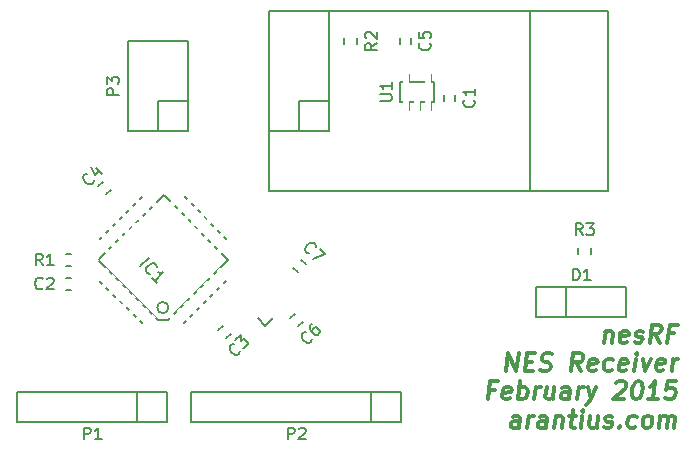
<source format=gto>
%FSLAX46Y46*%
G04 Gerber Fmt 4.6, Leading zero omitted, Abs format (unit mm)*
G04 Created by KiCad (PCBNEW (2014-10-27 BZR 5228)-product) date 2/24/2015 9:22:20 PM*
%MOMM*%
G01*
G04 APERTURE LIST*
%ADD10C,0.100000*%
%ADD11C,0.300000*%
%ADD12C,0.150000*%
%ADD13C,0.152400*%
%ADD14C,0.066040*%
%ADD15C,0.177800*%
%ADD16C,1.750000*%
%ADD17R,0.500000X0.600000*%
%ADD18R,0.600000X0.500000*%
%ADD19R,1.727200X2.032000*%
%ADD20O,1.727200X2.032000*%
%ADD21R,1.727200X1.727200*%
%ADD22O,1.727200X1.727200*%
%ADD23R,0.400000X0.600000*%
%ADD24R,0.600000X0.400000*%
%ADD25R,0.548640X1.198880*%
%ADD26C,1.727200*%
G04 APERTURE END LIST*
D10*
D11*
X52842715Y-28336571D02*
X52717715Y-29336571D01*
X52824857Y-28479429D02*
X52905214Y-28408000D01*
X53057001Y-28336571D01*
X53271286Y-28336571D01*
X53405214Y-28408000D01*
X53458786Y-28550857D01*
X53360572Y-29336571D01*
X54655214Y-29265143D02*
X54503429Y-29336571D01*
X54217715Y-29336571D01*
X54083786Y-29265143D01*
X54030214Y-29122286D01*
X54101643Y-28550857D01*
X54190929Y-28408000D01*
X54342715Y-28336571D01*
X54628429Y-28336571D01*
X54762357Y-28408000D01*
X54815929Y-28550857D01*
X54798072Y-28693714D01*
X54065929Y-28836571D01*
X55298071Y-29265143D02*
X55432000Y-29336571D01*
X55717715Y-29336571D01*
X55869500Y-29265143D01*
X55958785Y-29122286D01*
X55967714Y-29050857D01*
X55914143Y-28908000D01*
X55780215Y-28836571D01*
X55565929Y-28836571D01*
X55432000Y-28765143D01*
X55378428Y-28622286D01*
X55387357Y-28550857D01*
X55476643Y-28408000D01*
X55628429Y-28336571D01*
X55842715Y-28336571D01*
X55976643Y-28408000D01*
X57432001Y-29336571D02*
X57021286Y-28622286D01*
X56574858Y-29336571D02*
X56762358Y-27836571D01*
X57333786Y-27836571D01*
X57467715Y-27908000D01*
X57530214Y-27979429D01*
X57583786Y-28122286D01*
X57557001Y-28336571D01*
X57467714Y-28479429D01*
X57387358Y-28550857D01*
X57235571Y-28622286D01*
X56664143Y-28622286D01*
X58673072Y-28550857D02*
X58173072Y-28550857D01*
X58074858Y-29336571D02*
X58262358Y-27836571D01*
X58976644Y-27836571D01*
X44432002Y-31736571D02*
X44619502Y-30236571D01*
X45289145Y-31736571D01*
X45476645Y-30236571D01*
X46101645Y-30950857D02*
X46601645Y-30950857D01*
X46717717Y-31736571D02*
X46003431Y-31736571D01*
X46190931Y-30236571D01*
X46905217Y-30236571D01*
X47298073Y-31665143D02*
X47503431Y-31736571D01*
X47860574Y-31736571D01*
X48012359Y-31665143D01*
X48092717Y-31593714D01*
X48182002Y-31450857D01*
X48199859Y-31308000D01*
X48146288Y-31165143D01*
X48083788Y-31093714D01*
X47949859Y-31022286D01*
X47673074Y-30950857D01*
X47539144Y-30879429D01*
X47476645Y-30808000D01*
X47423073Y-30665143D01*
X47440930Y-30522286D01*
X47530216Y-30379429D01*
X47610573Y-30308000D01*
X47762360Y-30236571D01*
X48119502Y-30236571D01*
X48324859Y-30308000D01*
X50789145Y-31736571D02*
X50378430Y-31022286D01*
X49932002Y-31736571D02*
X50119502Y-30236571D01*
X50690930Y-30236571D01*
X50824859Y-30308000D01*
X50887358Y-30379429D01*
X50940930Y-30522286D01*
X50914145Y-30736571D01*
X50824858Y-30879429D01*
X50744502Y-30950857D01*
X50592715Y-31022286D01*
X50021287Y-31022286D01*
X52012358Y-31665143D02*
X51860573Y-31736571D01*
X51574859Y-31736571D01*
X51440930Y-31665143D01*
X51387358Y-31522286D01*
X51458787Y-30950857D01*
X51548073Y-30808000D01*
X51699859Y-30736571D01*
X51985573Y-30736571D01*
X52119501Y-30808000D01*
X52173073Y-30950857D01*
X52155216Y-31093714D01*
X51423073Y-31236571D01*
X53369501Y-31665143D02*
X53217716Y-31736571D01*
X52932002Y-31736571D01*
X52798072Y-31665143D01*
X52735573Y-31593714D01*
X52682001Y-31450857D01*
X52735572Y-31022286D01*
X52824858Y-30879429D01*
X52905215Y-30808000D01*
X53057002Y-30736571D01*
X53342716Y-30736571D01*
X53476644Y-30808000D01*
X54583786Y-31665143D02*
X54432001Y-31736571D01*
X54146287Y-31736571D01*
X54012358Y-31665143D01*
X53958786Y-31522286D01*
X54030215Y-30950857D01*
X54119501Y-30808000D01*
X54271287Y-30736571D01*
X54557001Y-30736571D01*
X54690929Y-30808000D01*
X54744501Y-30950857D01*
X54726644Y-31093714D01*
X53994501Y-31236571D01*
X55289144Y-31736571D02*
X55414144Y-30736571D01*
X55476644Y-30236571D02*
X55396286Y-30308000D01*
X55458786Y-30379429D01*
X55539143Y-30308000D01*
X55476644Y-30236571D01*
X55458786Y-30379429D01*
X55985573Y-30736571D02*
X56217716Y-31736571D01*
X56699858Y-30736571D01*
X57726643Y-31665143D02*
X57574858Y-31736571D01*
X57289144Y-31736571D01*
X57155215Y-31665143D01*
X57101643Y-31522286D01*
X57173072Y-30950857D01*
X57262358Y-30808000D01*
X57414144Y-30736571D01*
X57699858Y-30736571D01*
X57833786Y-30808000D01*
X57887358Y-30950857D01*
X57869501Y-31093714D01*
X57137358Y-31236571D01*
X58432001Y-31736571D02*
X58557001Y-30736571D01*
X58521286Y-31022286D02*
X58610571Y-30879429D01*
X58690929Y-30808000D01*
X58842715Y-30736571D01*
X58985572Y-30736571D01*
X43458789Y-33350857D02*
X42958789Y-33350857D01*
X42860575Y-34136571D02*
X43048075Y-32636571D01*
X43762361Y-32636571D01*
X44726645Y-34065143D02*
X44574860Y-34136571D01*
X44289146Y-34136571D01*
X44155217Y-34065143D01*
X44101645Y-33922286D01*
X44173074Y-33350857D01*
X44262360Y-33208000D01*
X44414146Y-33136571D01*
X44699860Y-33136571D01*
X44833788Y-33208000D01*
X44887360Y-33350857D01*
X44869503Y-33493714D01*
X44137360Y-33636571D01*
X45432003Y-34136571D02*
X45619503Y-32636571D01*
X45548074Y-33208000D02*
X45699860Y-33136571D01*
X45985574Y-33136571D01*
X46119502Y-33208000D01*
X46182002Y-33279429D01*
X46235574Y-33422286D01*
X46182003Y-33850857D01*
X46092717Y-33993714D01*
X46012359Y-34065143D01*
X45860574Y-34136571D01*
X45574860Y-34136571D01*
X45440931Y-34065143D01*
X46789146Y-34136571D02*
X46914146Y-33136571D01*
X46878431Y-33422286D02*
X46967716Y-33279429D01*
X47048074Y-33208000D01*
X47199860Y-33136571D01*
X47342717Y-33136571D01*
X48485574Y-33136571D02*
X48360574Y-34136571D01*
X47842717Y-33136571D02*
X47744502Y-33922286D01*
X47798073Y-34065143D01*
X47932003Y-34136571D01*
X48146288Y-34136571D01*
X48298073Y-34065143D01*
X48378431Y-33993714D01*
X49717717Y-34136571D02*
X49815931Y-33350857D01*
X49762359Y-33208000D01*
X49628431Y-33136571D01*
X49342717Y-33136571D01*
X49190931Y-33208000D01*
X49726645Y-34065143D02*
X49574860Y-34136571D01*
X49217717Y-34136571D01*
X49083788Y-34065143D01*
X49030216Y-33922286D01*
X49048073Y-33779429D01*
X49137360Y-33636571D01*
X49289145Y-33565143D01*
X49646288Y-33565143D01*
X49798074Y-33493714D01*
X50432003Y-34136571D02*
X50557003Y-33136571D01*
X50521288Y-33422286D02*
X50610573Y-33279429D01*
X50690931Y-33208000D01*
X50842717Y-33136571D01*
X50985574Y-33136571D01*
X51342717Y-33136571D02*
X51574860Y-34136571D01*
X52057002Y-33136571D02*
X51574860Y-34136571D01*
X51387359Y-34493714D01*
X51307002Y-34565143D01*
X51155217Y-34636571D01*
X53744501Y-32779429D02*
X53824859Y-32708000D01*
X53976645Y-32636571D01*
X54333788Y-32636571D01*
X54467716Y-32708000D01*
X54530216Y-32779429D01*
X54583787Y-32922286D01*
X54565930Y-33065143D01*
X54467716Y-33279429D01*
X53503431Y-34136571D01*
X54432002Y-34136571D01*
X55548073Y-32636571D02*
X55690930Y-32636571D01*
X55824858Y-32708000D01*
X55887358Y-32779429D01*
X55940930Y-32922286D01*
X55976644Y-33208000D01*
X55932001Y-33565143D01*
X55824859Y-33850857D01*
X55735573Y-33993714D01*
X55655215Y-34065143D01*
X55503430Y-34136571D01*
X55360573Y-34136571D01*
X55226644Y-34065143D01*
X55164144Y-33993714D01*
X55110573Y-33850857D01*
X55074858Y-33565143D01*
X55119501Y-33208000D01*
X55226644Y-32922286D01*
X55315929Y-32779429D01*
X55396287Y-32708000D01*
X55548073Y-32636571D01*
X57289144Y-34136571D02*
X56432001Y-34136571D01*
X56860573Y-34136571D02*
X57048073Y-32636571D01*
X56878430Y-32850857D01*
X56717715Y-32993714D01*
X56565929Y-33065143D01*
X58833787Y-32636571D02*
X58119501Y-32636571D01*
X57958786Y-33350857D01*
X58039143Y-33279429D01*
X58190929Y-33208000D01*
X58548072Y-33208000D01*
X58682000Y-33279429D01*
X58744501Y-33350857D01*
X58798072Y-33493714D01*
X58753429Y-33850857D01*
X58664144Y-33993714D01*
X58583786Y-34065143D01*
X58432001Y-34136571D01*
X58074858Y-34136571D01*
X57940929Y-34065143D01*
X57878429Y-33993714D01*
X45503428Y-36536571D02*
X45601642Y-35750857D01*
X45548070Y-35608000D01*
X45414142Y-35536571D01*
X45128428Y-35536571D01*
X44976642Y-35608000D01*
X45512356Y-36465143D02*
X45360571Y-36536571D01*
X45003428Y-36536571D01*
X44869499Y-36465143D01*
X44815927Y-36322286D01*
X44833784Y-36179429D01*
X44923071Y-36036571D01*
X45074856Y-35965143D01*
X45431999Y-35965143D01*
X45583785Y-35893714D01*
X46217714Y-36536571D02*
X46342714Y-35536571D01*
X46306999Y-35822286D02*
X46396284Y-35679429D01*
X46476642Y-35608000D01*
X46628428Y-35536571D01*
X46771285Y-35536571D01*
X47789142Y-36536571D02*
X47887356Y-35750857D01*
X47833784Y-35608000D01*
X47699856Y-35536571D01*
X47414142Y-35536571D01*
X47262356Y-35608000D01*
X47798070Y-36465143D02*
X47646285Y-36536571D01*
X47289142Y-36536571D01*
X47155213Y-36465143D01*
X47101641Y-36322286D01*
X47119498Y-36179429D01*
X47208785Y-36036571D01*
X47360570Y-35965143D01*
X47717713Y-35965143D01*
X47869499Y-35893714D01*
X48628428Y-35536571D02*
X48503428Y-36536571D01*
X48610570Y-35679429D02*
X48690927Y-35608000D01*
X48842714Y-35536571D01*
X49056999Y-35536571D01*
X49190927Y-35608000D01*
X49244499Y-35750857D01*
X49146285Y-36536571D01*
X49771285Y-35536571D02*
X50342714Y-35536571D01*
X50048071Y-35036571D02*
X49887356Y-36322286D01*
X49940927Y-36465143D01*
X50074857Y-36536571D01*
X50217714Y-36536571D01*
X50717714Y-36536571D02*
X50842714Y-35536571D01*
X50905214Y-35036571D02*
X50824856Y-35108000D01*
X50887356Y-35179429D01*
X50967713Y-35108000D01*
X50905214Y-35036571D01*
X50887356Y-35179429D01*
X52199857Y-35536571D02*
X52074857Y-36536571D01*
X51557000Y-35536571D02*
X51458785Y-36322286D01*
X51512356Y-36465143D01*
X51646286Y-36536571D01*
X51860571Y-36536571D01*
X52012356Y-36465143D01*
X52092714Y-36393714D01*
X52726642Y-36465143D02*
X52860571Y-36536571D01*
X53146286Y-36536571D01*
X53298071Y-36465143D01*
X53387356Y-36322286D01*
X53396285Y-36250857D01*
X53342714Y-36108000D01*
X53208786Y-36036571D01*
X52994500Y-36036571D01*
X52860571Y-35965143D01*
X52806999Y-35822286D01*
X52815928Y-35750857D01*
X52905214Y-35608000D01*
X53057000Y-35536571D01*
X53271286Y-35536571D01*
X53405214Y-35608000D01*
X54021286Y-36393714D02*
X54083785Y-36465143D01*
X54003429Y-36536571D01*
X53940928Y-36465143D01*
X54021286Y-36393714D01*
X54003429Y-36536571D01*
X55369500Y-36465143D02*
X55217715Y-36536571D01*
X54932001Y-36536571D01*
X54798071Y-36465143D01*
X54735572Y-36393714D01*
X54682000Y-36250857D01*
X54735571Y-35822286D01*
X54824857Y-35679429D01*
X54905214Y-35608000D01*
X55057001Y-35536571D01*
X55342715Y-35536571D01*
X55476643Y-35608000D01*
X56217715Y-36536571D02*
X56083785Y-36465143D01*
X56021286Y-36393714D01*
X55967714Y-36250857D01*
X56021285Y-35822286D01*
X56110571Y-35679429D01*
X56190928Y-35608000D01*
X56342715Y-35536571D01*
X56557000Y-35536571D01*
X56690928Y-35608000D01*
X56753428Y-35679429D01*
X56807000Y-35822286D01*
X56753429Y-36250857D01*
X56664143Y-36393714D01*
X56583785Y-36465143D01*
X56432000Y-36536571D01*
X56217715Y-36536571D01*
X57360572Y-36536571D02*
X57485572Y-35536571D01*
X57467714Y-35679429D02*
X57548071Y-35608000D01*
X57699858Y-35536571D01*
X57914143Y-35536571D01*
X58048071Y-35608000D01*
X58101643Y-35750857D01*
X58003429Y-36536571D01*
X58101643Y-35750857D02*
X58190929Y-35608000D01*
X58342715Y-35536571D01*
X58557000Y-35536571D01*
X58690929Y-35608000D01*
X58744500Y-35750857D01*
X58646286Y-36536571D01*
D12*
X40099000Y-8886000D02*
X40099000Y-8386000D01*
X39149000Y-8386000D02*
X39149000Y-8886000D01*
X7116000Y-24859000D02*
X7616000Y-24859000D01*
X7616000Y-23909000D02*
X7116000Y-23909000D01*
X20733099Y-28960652D02*
X21086652Y-28607099D01*
X20414901Y-27935348D02*
X20061348Y-28288901D01*
X10573099Y-16768652D02*
X10926652Y-16415099D01*
X10254901Y-15743348D02*
X9901348Y-16096901D01*
X36352500Y-4060000D02*
X36352500Y-3560000D01*
X35402500Y-3560000D02*
X35402500Y-4060000D01*
X26829099Y-27944652D02*
X27182652Y-27591099D01*
X26510901Y-26919348D02*
X26157348Y-27272901D01*
X26411348Y-23019099D02*
X26764901Y-23372652D01*
X27436652Y-22700901D02*
X27083099Y-22347348D01*
X49530000Y-27178000D02*
X54610000Y-27178000D01*
X54610000Y-27178000D02*
X54610000Y-24638000D01*
X54610000Y-24638000D02*
X49530000Y-24638000D01*
X46990000Y-24638000D02*
X49530000Y-24638000D01*
X49530000Y-24638000D02*
X49530000Y-27178000D01*
X46990000Y-24638000D02*
X46990000Y-27178000D01*
X46990000Y-27178000D02*
X49530000Y-27178000D01*
D13*
X13768514Y-16838123D02*
X14576737Y-17646346D01*
X9853123Y-20753514D02*
X10643385Y-21543777D01*
X13768514Y-16838123D02*
X9853123Y-20753514D01*
X16193184Y-17574504D02*
X16965486Y-16802202D01*
X20180417Y-21525816D02*
X20934759Y-20771475D01*
X20952719Y-20789435D02*
X16983446Y-16784241D01*
X13786475Y-27883838D02*
X9871083Y-24004367D01*
X15798052Y-27416864D02*
X20880877Y-22334039D01*
X9871083Y-23968446D02*
X10607464Y-23232065D01*
X14917987Y-27398904D02*
X9924965Y-22405882D01*
X15420882Y-16838123D02*
X9960886Y-22298118D01*
X20898838Y-22316079D02*
X15510684Y-16927925D01*
X16911604Y-27919759D02*
X20898838Y-23932525D01*
X20898838Y-23932525D02*
X20090615Y-23124302D01*
X15772908Y-27427641D02*
X14946724Y-27427641D01*
X16908012Y-27916167D02*
X16096197Y-27104352D01*
X14594698Y-27075615D02*
X13782883Y-27887430D01*
X15831878Y-26382339D02*
G75*
G03X15831878Y-26382339I-479246J0D01*
G01*
D12*
X13208000Y-36068000D02*
X3048000Y-36068000D01*
X3048000Y-36068000D02*
X3048000Y-33528000D01*
X3048000Y-33528000D02*
X13208000Y-33528000D01*
X15748000Y-36068000D02*
X13208000Y-36068000D01*
X13208000Y-36068000D02*
X13208000Y-33528000D01*
X15748000Y-36068000D02*
X15748000Y-33528000D01*
X15748000Y-33528000D02*
X13208000Y-33528000D01*
X33020000Y-36068000D02*
X17780000Y-36068000D01*
X17780000Y-36068000D02*
X17780000Y-33528000D01*
X17780000Y-33528000D02*
X33020000Y-33528000D01*
X35560000Y-36068000D02*
X33020000Y-36068000D01*
X33020000Y-36068000D02*
X33020000Y-33528000D01*
X35560000Y-36068000D02*
X35560000Y-33528000D01*
X35560000Y-33528000D02*
X33020000Y-33528000D01*
X14986000Y-11430000D02*
X14986000Y-8890000D01*
X14986000Y-8890000D02*
X17526000Y-8890000D01*
X17526000Y-11430000D02*
X17526000Y-3810000D01*
X17526000Y-3810000D02*
X12446000Y-3810000D01*
X12446000Y-3810000D02*
X12446000Y-8890000D01*
X17526000Y-11430000D02*
X14986000Y-11430000D01*
X12446000Y-11430000D02*
X14986000Y-11430000D01*
X12446000Y-8890000D02*
X12446000Y-11430000D01*
X7116000Y-22877000D02*
X7616000Y-22877000D01*
X7616000Y-21827000D02*
X7116000Y-21827000D01*
X31767000Y-4060000D02*
X31767000Y-3560000D01*
X30717000Y-3560000D02*
X30717000Y-4060000D01*
X50529000Y-21340000D02*
X50529000Y-21840000D01*
X51579000Y-21840000D02*
X51579000Y-21340000D01*
D14*
X35694620Y-9626600D02*
X36195000Y-9626600D01*
X36195000Y-9626600D02*
X36195000Y-8976360D01*
X35694620Y-8976360D02*
X36195000Y-8976360D01*
X35694620Y-9626600D02*
X35694620Y-8976360D01*
X36644580Y-9626600D02*
X37142420Y-9626600D01*
X37142420Y-9626600D02*
X37142420Y-8976360D01*
X36644580Y-8976360D02*
X37142420Y-8976360D01*
X36644580Y-9626600D02*
X36644580Y-8976360D01*
X37592000Y-9626600D02*
X38092380Y-9626600D01*
X38092380Y-9626600D02*
X38092380Y-8976360D01*
X37592000Y-8976360D02*
X38092380Y-8976360D01*
X37592000Y-9626600D02*
X37592000Y-8976360D01*
X37592000Y-7279640D02*
X38092380Y-7279640D01*
X38092380Y-7279640D02*
X38092380Y-6629400D01*
X37592000Y-6629400D02*
X38092380Y-6629400D01*
X37592000Y-7279640D02*
X37592000Y-6629400D01*
X35694620Y-7279640D02*
X36195000Y-7279640D01*
X36195000Y-7279640D02*
X36195000Y-6629400D01*
X35694620Y-6629400D02*
X36195000Y-6629400D01*
X35694620Y-7279640D02*
X35694620Y-6629400D01*
D15*
X38315900Y-7317740D02*
X38315900Y-8938260D01*
X38315900Y-8938260D02*
X35471100Y-8938260D01*
X35471100Y-8938260D02*
X35471100Y-7317740D01*
X35471100Y-7317740D02*
X38315900Y-7317740D01*
X36372800Y-7317740D02*
X37414200Y-7317740D01*
X36466780Y-8938260D02*
X36372800Y-8938260D01*
X37414200Y-8938260D02*
X37320220Y-8938260D01*
X35567620Y-8938260D02*
X35471100Y-8938260D01*
X38315900Y-8938260D02*
X38219380Y-8938260D01*
X38219380Y-7317740D02*
X38315900Y-7317740D01*
X35471100Y-7317740D02*
X35567620Y-7317740D01*
D12*
X24666843Y-27267320D02*
X24030447Y-27903716D01*
X23394051Y-27267320D02*
X24030447Y-27903716D01*
X46482000Y-1270000D02*
X46482000Y-16510000D01*
X24384000Y-16510000D02*
X53086000Y-16510000D01*
X53086000Y-16510000D02*
X53086000Y-1270000D01*
X53086000Y-1270000D02*
X29464000Y-1270000D01*
X24384000Y-11430000D02*
X24384000Y-16510000D01*
X29464000Y-8890000D02*
X29464000Y-1270000D01*
X29464000Y-1270000D02*
X24384000Y-1270000D01*
X24384000Y-1270000D02*
X24384000Y-11430000D01*
X24384000Y-11430000D02*
X26924000Y-11430000D01*
X29464000Y-11430000D02*
X29464000Y-8890000D01*
X26924000Y-11430000D02*
X26924000Y-8890000D01*
X26924000Y-8890000D02*
X29464000Y-8890000D01*
X29464000Y-11430000D02*
X26924000Y-11430000D01*
X41681143Y-8802666D02*
X41728762Y-8850285D01*
X41776381Y-8993142D01*
X41776381Y-9088380D01*
X41728762Y-9231238D01*
X41633524Y-9326476D01*
X41538286Y-9374095D01*
X41347810Y-9421714D01*
X41204952Y-9421714D01*
X41014476Y-9374095D01*
X40919238Y-9326476D01*
X40824000Y-9231238D01*
X40776381Y-9088380D01*
X40776381Y-8993142D01*
X40824000Y-8850285D01*
X40871619Y-8802666D01*
X41776381Y-7850285D02*
X41776381Y-8421714D01*
X41776381Y-8136000D02*
X40776381Y-8136000D01*
X40919238Y-8231238D01*
X41014476Y-8326476D01*
X41062095Y-8421714D01*
X5167334Y-24741143D02*
X5119715Y-24788762D01*
X4976858Y-24836381D01*
X4881620Y-24836381D01*
X4738762Y-24788762D01*
X4643524Y-24693524D01*
X4595905Y-24598286D01*
X4548286Y-24407810D01*
X4548286Y-24264952D01*
X4595905Y-24074476D01*
X4643524Y-23979238D01*
X4738762Y-23884000D01*
X4881620Y-23836381D01*
X4976858Y-23836381D01*
X5119715Y-23884000D01*
X5167334Y-23931619D01*
X5548286Y-23931619D02*
X5595905Y-23884000D01*
X5691143Y-23836381D01*
X5929239Y-23836381D01*
X6024477Y-23884000D01*
X6072096Y-23931619D01*
X6119715Y-24026857D01*
X6119715Y-24122095D01*
X6072096Y-24264952D01*
X5500667Y-24836381D01*
X6119715Y-24836381D01*
X21910770Y-30020471D02*
X21910770Y-30087814D01*
X21843426Y-30222501D01*
X21776083Y-30289845D01*
X21641395Y-30357189D01*
X21506708Y-30357189D01*
X21405693Y-30323517D01*
X21237335Y-30222502D01*
X21136319Y-30121486D01*
X21035304Y-29953127D01*
X21001632Y-29852112D01*
X21001632Y-29717425D01*
X21068976Y-29582738D01*
X21136319Y-29515394D01*
X21271006Y-29448051D01*
X21338350Y-29448051D01*
X21506708Y-29145006D02*
X21944441Y-28707272D01*
X21978112Y-29212349D01*
X22079128Y-29111333D01*
X22180143Y-29077661D01*
X22247487Y-29077661D01*
X22348503Y-29111334D01*
X22516861Y-29279692D01*
X22550533Y-29380708D01*
X22550533Y-29448051D01*
X22516861Y-29549066D01*
X22314830Y-29751097D01*
X22213815Y-29784769D01*
X22146472Y-29784769D01*
X9532688Y-15610389D02*
X9532688Y-15677732D01*
X9465344Y-15812419D01*
X9398001Y-15879763D01*
X9263313Y-15947107D01*
X9128626Y-15947107D01*
X9027611Y-15913435D01*
X8859253Y-15812420D01*
X8758237Y-15711404D01*
X8657222Y-15543045D01*
X8623550Y-15442030D01*
X8623550Y-15307343D01*
X8690894Y-15172656D01*
X8758237Y-15105312D01*
X8892924Y-15037969D01*
X8960268Y-15037969D01*
X9734718Y-14600236D02*
X10206123Y-15071641D01*
X9296985Y-14499222D02*
X9633703Y-15172657D01*
X10071436Y-14734924D01*
X37934643Y-3976666D02*
X37982262Y-4024285D01*
X38029881Y-4167142D01*
X38029881Y-4262380D01*
X37982262Y-4405238D01*
X37887024Y-4500476D01*
X37791786Y-4548095D01*
X37601310Y-4595714D01*
X37458452Y-4595714D01*
X37267976Y-4548095D01*
X37172738Y-4500476D01*
X37077500Y-4405238D01*
X37029881Y-4262380D01*
X37029881Y-4167142D01*
X37077500Y-4024285D01*
X37125119Y-3976666D01*
X37029881Y-3071904D02*
X37029881Y-3548095D01*
X37506071Y-3595714D01*
X37458452Y-3548095D01*
X37410833Y-3452857D01*
X37410833Y-3214761D01*
X37458452Y-3119523D01*
X37506071Y-3071904D01*
X37601310Y-3024285D01*
X37839405Y-3024285D01*
X37934643Y-3071904D01*
X37982262Y-3119523D01*
X38029881Y-3214761D01*
X38029881Y-3452857D01*
X37982262Y-3548095D01*
X37934643Y-3595714D01*
X28006770Y-29004471D02*
X28006770Y-29071814D01*
X27939426Y-29206501D01*
X27872083Y-29273845D01*
X27737395Y-29341189D01*
X27602708Y-29341189D01*
X27501693Y-29307517D01*
X27333335Y-29206502D01*
X27232319Y-29105486D01*
X27131304Y-28937127D01*
X27097632Y-28836112D01*
X27097632Y-28701425D01*
X27164976Y-28566738D01*
X27232319Y-28499394D01*
X27367006Y-28432051D01*
X27434350Y-28432051D01*
X27973098Y-27758616D02*
X27838410Y-27893304D01*
X27804739Y-27994319D01*
X27804739Y-28061662D01*
X27838410Y-28230021D01*
X27939425Y-28398379D01*
X28208800Y-28667754D01*
X28309815Y-28701425D01*
X28377158Y-28701425D01*
X28478174Y-28667754D01*
X28612861Y-28533066D01*
X28646533Y-28432051D01*
X28646533Y-28364708D01*
X28612861Y-28263692D01*
X28444503Y-28095334D01*
X28343487Y-28061661D01*
X28276143Y-28061661D01*
X28175128Y-28095333D01*
X28040441Y-28230021D01*
X28006769Y-28331036D01*
X28006769Y-28398379D01*
X28040441Y-28499395D01*
X27755693Y-21792606D02*
X27688350Y-21792606D01*
X27553663Y-21725262D01*
X27486319Y-21657919D01*
X27418975Y-21523231D01*
X27418975Y-21388544D01*
X27452647Y-21287529D01*
X27553662Y-21119171D01*
X27654678Y-21018155D01*
X27823037Y-20917140D01*
X27924052Y-20883468D01*
X28058739Y-20883468D01*
X28193426Y-20950812D01*
X28260770Y-21018155D01*
X28328113Y-21152842D01*
X28328113Y-21220186D01*
X28631158Y-21388544D02*
X29102563Y-21859949D01*
X28092410Y-22264010D01*
X50061905Y-24074381D02*
X50061905Y-23074381D01*
X50300000Y-23074381D01*
X50442858Y-23122000D01*
X50538096Y-23217238D01*
X50585715Y-23312476D01*
X50633334Y-23502952D01*
X50633334Y-23645810D01*
X50585715Y-23836286D01*
X50538096Y-23931524D01*
X50442858Y-24026762D01*
X50300000Y-24074381D01*
X50061905Y-24074381D01*
X51585715Y-24074381D02*
X51014286Y-24074381D01*
X51300000Y-24074381D02*
X51300000Y-23074381D01*
X51204762Y-23217238D01*
X51109524Y-23312476D01*
X51014286Y-23360095D01*
X13458822Y-22879637D02*
X14165929Y-22172530D01*
X14266944Y-23553072D02*
X14199600Y-23553072D01*
X14064913Y-23485729D01*
X13997570Y-23418385D01*
X13930226Y-23283698D01*
X13930226Y-23149011D01*
X13963898Y-23047996D01*
X14064913Y-22879637D01*
X14165929Y-22778621D01*
X14334287Y-22677606D01*
X14435302Y-22643934D01*
X14569989Y-22643934D01*
X14704677Y-22711279D01*
X14772020Y-22778622D01*
X14839364Y-22913309D01*
X14839364Y-22980652D01*
X14873035Y-24293851D02*
X14468974Y-23889789D01*
X14671004Y-24091820D02*
X15378111Y-23384713D01*
X15209752Y-23418385D01*
X15075066Y-23418385D01*
X14974050Y-23384713D01*
X8659905Y-37536381D02*
X8659905Y-36536381D01*
X9040858Y-36536381D01*
X9136096Y-36584000D01*
X9183715Y-36631619D01*
X9231334Y-36726857D01*
X9231334Y-36869714D01*
X9183715Y-36964952D01*
X9136096Y-37012571D01*
X9040858Y-37060190D01*
X8659905Y-37060190D01*
X10183715Y-37536381D02*
X9612286Y-37536381D01*
X9898000Y-37536381D02*
X9898000Y-36536381D01*
X9802762Y-36679238D01*
X9707524Y-36774476D01*
X9612286Y-36822095D01*
X25931905Y-37536381D02*
X25931905Y-36536381D01*
X26312858Y-36536381D01*
X26408096Y-36584000D01*
X26455715Y-36631619D01*
X26503334Y-36726857D01*
X26503334Y-36869714D01*
X26455715Y-36964952D01*
X26408096Y-37012571D01*
X26312858Y-37060190D01*
X25931905Y-37060190D01*
X26884286Y-36631619D02*
X26931905Y-36584000D01*
X27027143Y-36536381D01*
X27265239Y-36536381D01*
X27360477Y-36584000D01*
X27408096Y-36631619D01*
X27455715Y-36726857D01*
X27455715Y-36822095D01*
X27408096Y-36964952D01*
X26836667Y-37536381D01*
X27455715Y-37536381D01*
X11628381Y-8358095D02*
X10628381Y-8358095D01*
X10628381Y-7977142D01*
X10676000Y-7881904D01*
X10723619Y-7834285D01*
X10818857Y-7786666D01*
X10961714Y-7786666D01*
X11056952Y-7834285D01*
X11104571Y-7881904D01*
X11152190Y-7977142D01*
X11152190Y-8358095D01*
X10628381Y-7453333D02*
X10628381Y-6834285D01*
X11009333Y-7167619D01*
X11009333Y-7024761D01*
X11056952Y-6929523D01*
X11104571Y-6881904D01*
X11199810Y-6834285D01*
X11437905Y-6834285D01*
X11533143Y-6881904D01*
X11580762Y-6929523D01*
X11628381Y-7024761D01*
X11628381Y-7310476D01*
X11580762Y-7405714D01*
X11533143Y-7453333D01*
X5167334Y-22804381D02*
X4834000Y-22328190D01*
X4595905Y-22804381D02*
X4595905Y-21804381D01*
X4976858Y-21804381D01*
X5072096Y-21852000D01*
X5119715Y-21899619D01*
X5167334Y-21994857D01*
X5167334Y-22137714D01*
X5119715Y-22232952D01*
X5072096Y-22280571D01*
X4976858Y-22328190D01*
X4595905Y-22328190D01*
X6119715Y-22804381D02*
X5548286Y-22804381D01*
X5834000Y-22804381D02*
X5834000Y-21804381D01*
X5738762Y-21947238D01*
X5643524Y-22042476D01*
X5548286Y-22090095D01*
X33494381Y-3976666D02*
X33018190Y-4310000D01*
X33494381Y-4548095D02*
X32494381Y-4548095D01*
X32494381Y-4167142D01*
X32542000Y-4071904D01*
X32589619Y-4024285D01*
X32684857Y-3976666D01*
X32827714Y-3976666D01*
X32922952Y-4024285D01*
X32970571Y-4071904D01*
X33018190Y-4167142D01*
X33018190Y-4548095D01*
X32589619Y-3595714D02*
X32542000Y-3548095D01*
X32494381Y-3452857D01*
X32494381Y-3214761D01*
X32542000Y-3119523D01*
X32589619Y-3071904D01*
X32684857Y-3024285D01*
X32780095Y-3024285D01*
X32922952Y-3071904D01*
X33494381Y-3643333D01*
X33494381Y-3024285D01*
X50887334Y-20242381D02*
X50554000Y-19766190D01*
X50315905Y-20242381D02*
X50315905Y-19242381D01*
X50696858Y-19242381D01*
X50792096Y-19290000D01*
X50839715Y-19337619D01*
X50887334Y-19432857D01*
X50887334Y-19575714D01*
X50839715Y-19670952D01*
X50792096Y-19718571D01*
X50696858Y-19766190D01*
X50315905Y-19766190D01*
X51220667Y-19242381D02*
X51839715Y-19242381D01*
X51506381Y-19623333D01*
X51649239Y-19623333D01*
X51744477Y-19670952D01*
X51792096Y-19718571D01*
X51839715Y-19813810D01*
X51839715Y-20051905D01*
X51792096Y-20147143D01*
X51744477Y-20194762D01*
X51649239Y-20242381D01*
X51363524Y-20242381D01*
X51268286Y-20194762D01*
X51220667Y-20147143D01*
X33742381Y-8889905D02*
X34551905Y-8889905D01*
X34647143Y-8842286D01*
X34694762Y-8794667D01*
X34742381Y-8699429D01*
X34742381Y-8508952D01*
X34694762Y-8413714D01*
X34647143Y-8366095D01*
X34551905Y-8318476D01*
X33742381Y-8318476D01*
X34742381Y-7318476D02*
X34742381Y-7889905D01*
X34742381Y-7604191D02*
X33742381Y-7604191D01*
X33885238Y-7699429D01*
X33980476Y-7794667D01*
X34028095Y-7889905D01*
%LPC*%
D16*
X8255000Y-30480000D03*
D17*
X39624000Y-8086000D03*
X39624000Y-9186000D03*
D18*
X7916000Y-24384000D03*
X6816000Y-24384000D03*
D10*
G36*
X20998264Y-27670182D02*
X21351818Y-28023736D01*
X20927554Y-28448000D01*
X20574000Y-28094446D01*
X20998264Y-27670182D01*
X20998264Y-27670182D01*
G37*
G36*
X20220446Y-28448000D02*
X20574000Y-28801554D01*
X20149736Y-29225818D01*
X19796182Y-28872264D01*
X20220446Y-28448000D01*
X20220446Y-28448000D01*
G37*
G36*
X10838264Y-15478182D02*
X11191818Y-15831736D01*
X10767554Y-16256000D01*
X10414000Y-15902446D01*
X10838264Y-15478182D01*
X10838264Y-15478182D01*
G37*
G36*
X10060446Y-16256000D02*
X10414000Y-16609554D01*
X9989736Y-17033818D01*
X9636182Y-16680264D01*
X10060446Y-16256000D01*
X10060446Y-16256000D01*
G37*
D17*
X35877500Y-3260000D03*
X35877500Y-4360000D03*
D10*
G36*
X27094264Y-26654182D02*
X27447818Y-27007736D01*
X27023554Y-27432000D01*
X26670000Y-27078446D01*
X27094264Y-26654182D01*
X27094264Y-26654182D01*
G37*
G36*
X26316446Y-27432000D02*
X26670000Y-27785554D01*
X26245736Y-28209818D01*
X25892182Y-27856264D01*
X26316446Y-27432000D01*
X26316446Y-27432000D01*
G37*
G36*
X27701818Y-23284264D02*
X27348264Y-23637818D01*
X26924000Y-23213554D01*
X27277554Y-22860000D01*
X27701818Y-23284264D01*
X27701818Y-23284264D01*
G37*
G36*
X26924000Y-22506446D02*
X26570446Y-22860000D01*
X26146182Y-22435736D01*
X26499736Y-22082182D01*
X26924000Y-22506446D01*
X26924000Y-22506446D01*
G37*
D19*
X48260000Y-25908000D03*
D20*
X51054000Y-25908000D03*
X53340000Y-25908000D03*
D10*
G36*
X21601094Y-24342025D02*
X21283193Y-24659926D01*
X19869700Y-23246433D01*
X20187601Y-22928532D01*
X21601094Y-24342025D01*
X21601094Y-24342025D01*
G37*
G36*
X21035338Y-24907781D02*
X20717437Y-25225682D01*
X19303944Y-23812189D01*
X19621845Y-23494288D01*
X21035338Y-24907781D01*
X21035338Y-24907781D01*
G37*
G36*
X20469582Y-25473537D02*
X20151681Y-25791438D01*
X18738188Y-24377945D01*
X19056089Y-24060044D01*
X20469582Y-25473537D01*
X20469582Y-25473537D01*
G37*
G36*
X19903826Y-26039294D02*
X19585925Y-26357195D01*
X18172432Y-24943702D01*
X18490333Y-24625801D01*
X19903826Y-26039294D01*
X19903826Y-26039294D01*
G37*
G36*
X19338070Y-26605050D02*
X19020169Y-26922951D01*
X17606676Y-25509458D01*
X17924577Y-25191557D01*
X19338070Y-26605050D01*
X19338070Y-26605050D01*
G37*
G36*
X18772313Y-27170806D02*
X18454412Y-27488707D01*
X17040919Y-26075214D01*
X17358820Y-25757313D01*
X18772313Y-27170806D01*
X18772313Y-27170806D01*
G37*
G36*
X18206557Y-27736562D02*
X17888656Y-28054463D01*
X16475163Y-26640970D01*
X16793064Y-26323069D01*
X18206557Y-27736562D01*
X18206557Y-27736562D01*
G37*
G36*
X17640801Y-28302318D02*
X17322900Y-28620219D01*
X15909407Y-27206726D01*
X16227308Y-26888825D01*
X17640801Y-28302318D01*
X17640801Y-28302318D01*
G37*
G36*
X10880464Y-21534797D02*
X10562563Y-21852698D01*
X9149070Y-20439205D01*
X9466971Y-20121304D01*
X10880464Y-21534797D01*
X10880464Y-21534797D01*
G37*
G36*
X14849738Y-17565524D02*
X14531837Y-17883425D01*
X13118344Y-16469932D01*
X13436245Y-16152031D01*
X14849738Y-17565524D01*
X14849738Y-17565524D01*
G37*
G36*
X14275001Y-18140260D02*
X13957100Y-18458161D01*
X12543607Y-17044668D01*
X12861508Y-16726767D01*
X14275001Y-18140260D01*
X14275001Y-18140260D01*
G37*
G36*
X13700265Y-18714997D02*
X13382364Y-19032898D01*
X11968871Y-17619405D01*
X12286772Y-17301504D01*
X13700265Y-18714997D01*
X13700265Y-18714997D01*
G37*
G36*
X13143489Y-19271773D02*
X12825588Y-19589674D01*
X11412095Y-18176181D01*
X11729996Y-17858280D01*
X13143489Y-19271773D01*
X13143489Y-19271773D01*
G37*
G36*
X12568753Y-19846509D02*
X12250852Y-20164410D01*
X10837359Y-18750917D01*
X11155260Y-18433016D01*
X12568753Y-19846509D01*
X12568753Y-19846509D01*
G37*
G36*
X12011977Y-20403285D02*
X11694076Y-20721186D01*
X10280583Y-19307693D01*
X10598484Y-18989792D01*
X12011977Y-20403285D01*
X12011977Y-20403285D01*
G37*
G36*
X11437240Y-20978021D02*
X11119339Y-21295922D01*
X9705846Y-19882429D01*
X10023747Y-19564528D01*
X11437240Y-20978021D01*
X11437240Y-20978021D01*
G37*
G36*
X14817409Y-27213910D02*
X13403916Y-28627403D01*
X13086015Y-28309502D01*
X14499508Y-26896009D01*
X14817409Y-27213910D01*
X14817409Y-27213910D01*
G37*
G36*
X14253449Y-26649950D02*
X12839956Y-28063443D01*
X12522055Y-27745542D01*
X13935548Y-26332049D01*
X14253449Y-26649950D01*
X14253449Y-26649950D01*
G37*
G36*
X13685896Y-26082398D02*
X12272403Y-27495891D01*
X11954502Y-27177990D01*
X13367995Y-25764497D01*
X13685896Y-26082398D01*
X13685896Y-26082398D01*
G37*
G36*
X13121936Y-25518438D02*
X11708443Y-26931931D01*
X11390542Y-26614030D01*
X12804035Y-25200537D01*
X13121936Y-25518438D01*
X13121936Y-25518438D01*
G37*
G36*
X12554384Y-24950886D02*
X11140891Y-26364379D01*
X10822990Y-26046478D01*
X12236483Y-24632985D01*
X12554384Y-24950886D01*
X12554384Y-24950886D01*
G37*
G36*
X11990424Y-24386926D02*
X10576931Y-25800419D01*
X10259030Y-25482518D01*
X11672523Y-24069025D01*
X11990424Y-24386926D01*
X11990424Y-24386926D01*
G37*
G36*
X11422872Y-23819373D02*
X10009379Y-25232866D01*
X9691478Y-24914965D01*
X11104971Y-23501472D01*
X11422872Y-23819373D01*
X11422872Y-23819373D01*
G37*
G36*
X10858912Y-23255413D02*
X9445419Y-24668906D01*
X9127518Y-24351005D01*
X10541011Y-22937512D01*
X10858912Y-23255413D01*
X10858912Y-23255413D01*
G37*
G36*
X21602890Y-20421245D02*
X20189397Y-21834738D01*
X19871496Y-21516837D01*
X21284989Y-20103344D01*
X21602890Y-20421245D01*
X21602890Y-20421245D01*
G37*
G36*
X21046114Y-19864469D02*
X19632621Y-21277962D01*
X19314720Y-20960061D01*
X20728213Y-19546568D01*
X21046114Y-19864469D01*
X21046114Y-19864469D01*
G37*
G36*
X20471378Y-19289732D02*
X19057885Y-20703225D01*
X18739984Y-20385324D01*
X20153477Y-18971831D01*
X20471378Y-19289732D01*
X20471378Y-19289732D01*
G37*
G36*
X19914602Y-18732956D02*
X18501109Y-20146449D01*
X18183208Y-19828548D01*
X19596701Y-18415055D01*
X19914602Y-18732956D01*
X19914602Y-18732956D01*
G37*
G36*
X19357826Y-18176181D02*
X17944333Y-19589674D01*
X17626432Y-19271773D01*
X19039925Y-17858280D01*
X19357826Y-18176181D01*
X19357826Y-18176181D01*
G37*
G36*
X18783090Y-17601444D02*
X17369597Y-19014937D01*
X17051696Y-18697036D01*
X18465189Y-17283543D01*
X18783090Y-17601444D01*
X18783090Y-17601444D01*
G37*
G36*
X18208353Y-17026708D02*
X16794860Y-18440201D01*
X16476959Y-18122300D01*
X17890452Y-16708807D01*
X18208353Y-17026708D01*
X18208353Y-17026708D01*
G37*
G36*
X17633617Y-16451971D02*
X16220124Y-17865464D01*
X15902223Y-17547563D01*
X17315716Y-16134070D01*
X17633617Y-16451971D01*
X17633617Y-16451971D01*
G37*
D19*
X14478000Y-34798000D03*
D20*
X11938000Y-34798000D03*
X9398000Y-34798000D03*
X6858000Y-34798000D03*
X4318000Y-34798000D03*
D19*
X34290000Y-34798000D03*
D20*
X31750000Y-34798000D03*
X29210000Y-34798000D03*
X26670000Y-34798000D03*
X24130000Y-34798000D03*
X21590000Y-34798000D03*
X19050000Y-34798000D03*
D21*
X16256000Y-10160000D03*
D22*
X13716000Y-10160000D03*
X16256000Y-7620000D03*
X13716000Y-7620000D03*
X16256000Y-5080000D03*
X13716000Y-5080000D03*
D23*
X7816000Y-22352000D03*
X6916000Y-22352000D03*
D24*
X31242000Y-3360000D03*
X31242000Y-4260000D03*
X51054000Y-22040000D03*
X51054000Y-21140000D03*
D25*
X35943540Y-9425940D03*
X36893500Y-9425940D03*
X37843460Y-9425940D03*
X37843460Y-6830060D03*
X35943540Y-6830060D03*
D10*
G36*
X25621437Y-25817751D02*
X24843620Y-25039934D01*
X25833569Y-24049985D01*
X26611386Y-24827802D01*
X25621437Y-25817751D01*
X25621437Y-25817751D01*
G37*
G36*
X24490066Y-24686380D02*
X23712249Y-23908563D01*
X24702198Y-22918614D01*
X25480015Y-23696431D01*
X24490066Y-24686380D01*
X24490066Y-24686380D01*
G37*
G36*
X22934431Y-26242015D02*
X22156614Y-25464198D01*
X23146563Y-24474249D01*
X23924380Y-25252066D01*
X22934431Y-26242015D01*
X22934431Y-26242015D01*
G37*
G36*
X24065802Y-27373386D02*
X23287985Y-26595569D01*
X24277934Y-25605620D01*
X25055751Y-26383437D01*
X24065802Y-27373386D01*
X24065802Y-27373386D01*
G37*
D26*
X28194000Y-10160000D03*
D22*
X25654000Y-10160000D03*
X28194000Y-7620000D03*
X25654000Y-7620000D03*
X28194000Y-5080000D03*
X25654000Y-5080000D03*
X28194000Y-2540000D03*
X25654000Y-2540000D03*
D16*
X10795000Y-30480000D03*
M02*

</source>
